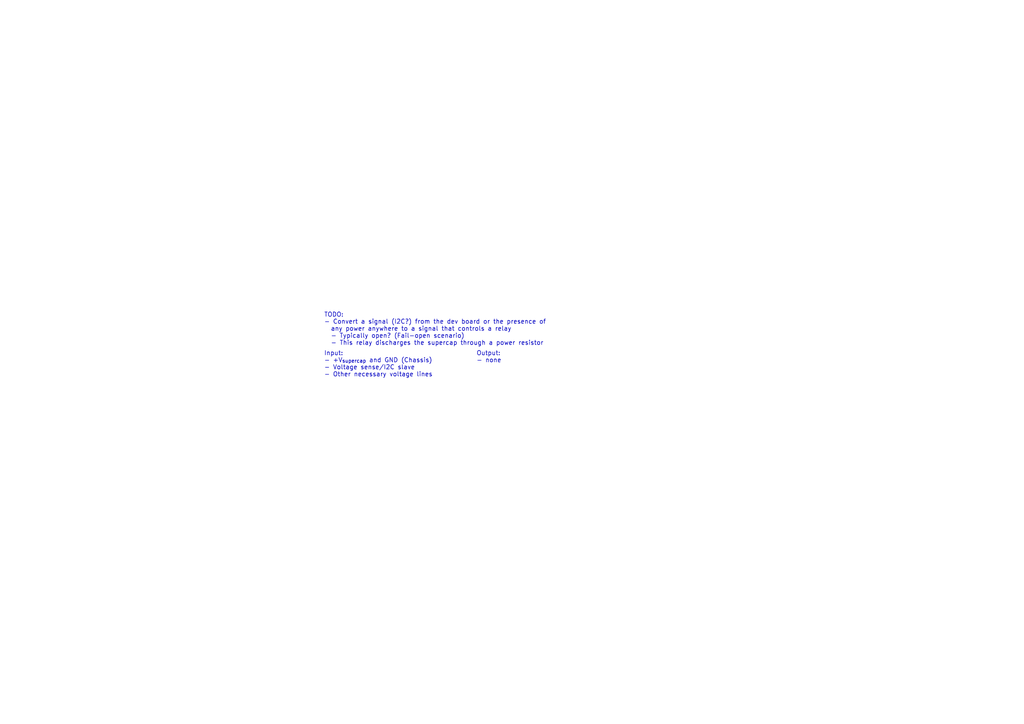
<source format=kicad_sch>
(kicad_sch
	(version 20231120)
	(generator "eeschema")
	(generator_version "8.0")
	(uuid "01dd46f8-c992-410d-87b1-02d952010eda")
	(paper "A4")
	(title_block
		(title "Supercap Safety Discharge")
		(date "2025-02-12")
		(rev "1")
		(company "UT Robomaster")
		(comment 1 "Robomaster")
	)
	(lib_symbols)
	(text "Output:\n- none"
		(exclude_from_sim no)
		(at 138.176 101.854 0)
		(effects
			(font
				(size 1.27 1.27)
			)
			(justify left top)
		)
		(uuid "22051b5a-1803-484c-a7f2-f28d953f1134")
	)
	(text "Input:\n- +V_{supercap} and GND (Chassis)\n- Voltage sense/I2C slave\n- Other necessary voltage lines"
		(exclude_from_sim no)
		(at 93.98 101.854 0)
		(effects
			(font
				(size 1.27 1.27)
			)
			(justify left top)
		)
		(uuid "dba3bdef-c3f2-423c-9831-00361187c124")
	)
	(text "TODO:\n- Convert a signal (I2C?) from the dev board or the presence of\n  any power anywhere to a signal that controls a relay\n  - Typically open? (Fail-open scenario)\n  - This relay discharges the supercap through a power resistor"
		(exclude_from_sim no)
		(at 93.98 90.678 0)
		(effects
			(font
				(size 1.27 1.27)
			)
			(justify left top)
		)
		(uuid "efa068e0-2f37-44a4-acdd-be46174df9fb")
	)
)

</source>
